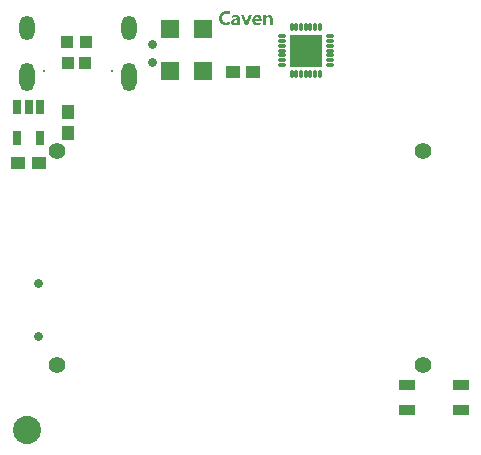
<source format=gts>
G04*
G04 #@! TF.GenerationSoftware,Altium Limited,Altium Designer,22.0.2 (36)*
G04*
G04 Layer_Color=8388736*
%FSLAX25Y25*%
%MOIN*%
G70*
G04*
G04 #@! TF.SameCoordinates,A8AB103B-E7CB-45E0-896D-D1B8D88E5F6C*
G04*
G04*
G04 #@! TF.FilePolarity,Negative*
G04*
G01*
G75*
%ADD26C,0.03000*%
%ADD27R,0.04600X0.04300*%
%ADD28R,0.05800X0.03556*%
%ADD29R,0.06312X0.05918*%
%ADD30R,0.02965X0.04737*%
%ADD31R,0.03950X0.04147*%
%ADD32R,0.04300X0.04600*%
%ADD33O,0.01260X0.03200*%
%ADD34O,0.03200X0.01260*%
%ADD35R,0.11030X0.11030*%
%ADD36O,0.05120X0.08270*%
%ADD37O,0.05120X0.09460*%
%ADD38C,0.00800*%
%ADD39C,0.05600*%
%ADD40C,0.09400*%
G36*
X393105Y400221D02*
X393171D01*
X393245Y400214D01*
X393327Y400206D01*
X393497Y400184D01*
X393689Y400155D01*
X393874Y400110D01*
X394052Y400051D01*
Y399111D01*
X394045D01*
X394030Y399126D01*
X394008Y399133D01*
X393971Y399156D01*
X393926Y399170D01*
X393874Y399193D01*
X393815Y399222D01*
X393749Y399244D01*
X393593Y399296D01*
X393416Y399333D01*
X393216Y399363D01*
X393001Y399378D01*
X392935D01*
X392890Y399370D01*
X392831Y399363D01*
X392764Y399355D01*
X392690Y399341D01*
X392616Y399326D01*
X392446Y399274D01*
X392357Y399237D01*
X392261Y399200D01*
X392172Y399148D01*
X392091Y399089D01*
X392010Y399022D01*
X391928Y398948D01*
X391921Y398941D01*
X391913Y398926D01*
X391891Y398904D01*
X391869Y398874D01*
X391839Y398830D01*
X391802Y398778D01*
X391765Y398719D01*
X391728Y398652D01*
X391691Y398571D01*
X391654Y398490D01*
X391625Y398401D01*
X391588Y398297D01*
X391543Y398083D01*
X391536Y397957D01*
X391529Y397831D01*
Y397824D01*
Y397801D01*
Y397764D01*
X391536Y397720D01*
X391543Y397661D01*
X391551Y397594D01*
X391558Y397520D01*
X391573Y397446D01*
X391617Y397269D01*
X391691Y397091D01*
X391728Y396995D01*
X391780Y396906D01*
X391839Y396825D01*
X391906Y396743D01*
X391913Y396736D01*
X391921Y396728D01*
X391943Y396706D01*
X391980Y396677D01*
X392017Y396647D01*
X392061Y396617D01*
X392121Y396580D01*
X392180Y396543D01*
X392254Y396499D01*
X392328Y396462D01*
X392505Y396403D01*
X392713Y396351D01*
X392824Y396344D01*
X392942Y396336D01*
X393001D01*
X393046Y396344D01*
X393097D01*
X393164Y396351D01*
X393231Y396358D01*
X393312Y396373D01*
X393482Y396410D01*
X393667Y396462D01*
X393860Y396536D01*
X394052Y396632D01*
Y395737D01*
X394045D01*
X394030Y395729D01*
X394000Y395715D01*
X393963Y395700D01*
X393911Y395685D01*
X393852Y395663D01*
X393786Y395641D01*
X393704Y395618D01*
X393615Y395596D01*
X393519Y395574D01*
X393408Y395552D01*
X393297Y395537D01*
X393171Y395522D01*
X393038Y395507D01*
X392898Y395500D01*
X392705D01*
X392653Y395507D01*
X392579D01*
X392491Y395522D01*
X392387Y395530D01*
X392276Y395552D01*
X392158Y395574D01*
X392024Y395611D01*
X391891Y395648D01*
X391758Y395700D01*
X391617Y395759D01*
X391484Y395833D01*
X391351Y395914D01*
X391225Y396003D01*
X391107Y396114D01*
X391099Y396122D01*
X391085Y396144D01*
X391048Y396181D01*
X391011Y396225D01*
X390966Y396292D01*
X390914Y396366D01*
X390863Y396447D01*
X390803Y396551D01*
X390744Y396662D01*
X390692Y396788D01*
X390641Y396921D01*
X390596Y397069D01*
X390559Y397224D01*
X390530Y397394D01*
X390507Y397572D01*
X390500Y397757D01*
Y397772D01*
Y397809D01*
X390507Y397861D01*
Y397935D01*
X390522Y398031D01*
X390537Y398134D01*
X390559Y398260D01*
X390589Y398386D01*
X390618Y398527D01*
X390663Y398667D01*
X390722Y398815D01*
X390789Y398963D01*
X390863Y399111D01*
X390959Y399259D01*
X391062Y399400D01*
X391181Y399533D01*
X391188Y399540D01*
X391210Y399563D01*
X391247Y399600D01*
X391307Y399644D01*
X391373Y399696D01*
X391455Y399755D01*
X391551Y399814D01*
X391654Y399881D01*
X391773Y399947D01*
X391906Y400007D01*
X392054Y400066D01*
X392209Y400118D01*
X392372Y400162D01*
X392550Y400199D01*
X392735Y400221D01*
X392935Y400229D01*
X393046D01*
X393105Y400221D01*
D02*
G37*
G36*
X407409Y398911D02*
X407476Y398897D01*
X407557Y398874D01*
X407653Y398845D01*
X407749Y398808D01*
X407853Y398749D01*
X407949Y398682D01*
X408053Y398593D01*
X408142Y398482D01*
X408223Y398349D01*
X408290Y398194D01*
X408349Y398016D01*
X408364Y397920D01*
X408378Y397809D01*
X408393Y397698D01*
Y397572D01*
Y395574D01*
X407446D01*
Y397394D01*
Y397402D01*
Y397431D01*
Y397468D01*
X407439Y397520D01*
X407431Y397579D01*
X407416Y397646D01*
X407372Y397794D01*
X407342Y397868D01*
X407305Y397935D01*
X407261Y398001D01*
X407209Y398060D01*
X407143Y398112D01*
X407061Y398149D01*
X406980Y398179D01*
X406876Y398186D01*
X406832D01*
X406780Y398179D01*
X406713Y398157D01*
X406647Y398134D01*
X406565Y398097D01*
X406491Y398046D01*
X406417Y397972D01*
X406410Y397964D01*
X406388Y397935D01*
X406358Y397890D01*
X406329Y397831D01*
X406299Y397750D01*
X406269Y397661D01*
X406247Y397557D01*
X406240Y397439D01*
Y395574D01*
X405285D01*
Y398837D01*
X406240D01*
Y398319D01*
X406255D01*
X406262Y398327D01*
X406269Y398349D01*
X406292Y398379D01*
X406321Y398416D01*
X406358Y398460D01*
X406403Y398512D01*
X406454Y398564D01*
X406521Y398623D01*
X406588Y398675D01*
X406669Y398726D01*
X406750Y398778D01*
X406847Y398823D01*
X406950Y398867D01*
X407061Y398897D01*
X407180Y398911D01*
X407305Y398919D01*
X407350D01*
X407409Y398911D01*
D02*
G37*
G36*
X400098Y395574D02*
X399017D01*
X397856Y398837D01*
X398877D01*
X399476Y396780D01*
X399484Y396765D01*
X399491Y396728D01*
X399506Y396662D01*
X399528Y396588D01*
X399543Y396499D01*
X399565Y396403D01*
X399580Y396307D01*
X399587Y396218D01*
X399602D01*
Y396225D01*
X399609Y396262D01*
X399617Y396307D01*
X399624Y396373D01*
X399639Y396455D01*
X399661Y396551D01*
X399683Y396654D01*
X399713Y396765D01*
X400327Y398837D01*
X401326D01*
X400098Y395574D01*
D02*
G37*
G36*
X396205Y398911D02*
X396294Y398897D01*
X396398Y398874D01*
X396516Y398845D01*
X396635Y398800D01*
X396768Y398749D01*
X396894Y398675D01*
X397012Y398586D01*
X397130Y398475D01*
X397234Y398342D01*
X397323Y398179D01*
X397389Y397994D01*
X397412Y397898D01*
X397434Y397787D01*
X397449Y397668D01*
Y397542D01*
Y395574D01*
X396538D01*
Y396048D01*
X396531D01*
Y396040D01*
X396516Y396025D01*
X396494Y395996D01*
X396472Y395959D01*
X396435Y395922D01*
X396390Y395877D01*
X396339Y395826D01*
X396287Y395774D01*
X396220Y395722D01*
X396146Y395670D01*
X396065Y395626D01*
X395976Y395589D01*
X395887Y395552D01*
X395784Y395522D01*
X395673Y395507D01*
X395554Y395500D01*
X395510D01*
X395480Y395507D01*
X395391Y395515D01*
X395288Y395530D01*
X395169Y395567D01*
X395044Y395611D01*
X394918Y395670D01*
X394807Y395759D01*
X394792Y395774D01*
X394762Y395803D01*
X394718Y395863D01*
X394666Y395944D01*
X394614Y396048D01*
X394570Y396173D01*
X394540Y396314D01*
X394526Y396477D01*
Y396484D01*
Y396521D01*
X394533Y396566D01*
X394540Y396625D01*
X394563Y396699D01*
X394585Y396780D01*
X394622Y396869D01*
X394666Y396965D01*
X394725Y397061D01*
X394799Y397158D01*
X394888Y397246D01*
X394999Y397335D01*
X395132Y397417D01*
X395280Y397483D01*
X395451Y397535D01*
X395650Y397572D01*
X396546Y397690D01*
Y397698D01*
Y397713D01*
Y397742D01*
X396538Y397779D01*
X396516Y397868D01*
X396472Y397979D01*
X396442Y398031D01*
X396405Y398083D01*
X396353Y398127D01*
X396294Y398171D01*
X396228Y398208D01*
X396146Y398238D01*
X396057Y398253D01*
X395954Y398260D01*
X395895D01*
X395858Y398253D01*
X395806D01*
X395739Y398245D01*
X395673Y398231D01*
X395599Y398216D01*
X395428Y398171D01*
X395243Y398112D01*
X395051Y398023D01*
X394947Y397964D01*
X394851Y397905D01*
Y398638D01*
X394859Y398645D01*
X394896Y398660D01*
X394940Y398682D01*
X395007Y398712D01*
X395095Y398741D01*
X395192Y398778D01*
X395310Y398808D01*
X395443Y398837D01*
X395451D01*
X395458Y398845D01*
X395502Y398852D01*
X395576Y398867D01*
X395665Y398882D01*
X395761Y398897D01*
X395865Y398904D01*
X395976Y398919D01*
X396139D01*
X396205Y398911D01*
D02*
G37*
G36*
X403309D02*
X403361Y398904D01*
X403435Y398897D01*
X403509Y398882D01*
X403591Y398867D01*
X403761Y398815D01*
X403850Y398786D01*
X403938Y398741D01*
X404027Y398689D01*
X404116Y398638D01*
X404197Y398571D01*
X404271Y398497D01*
X404279Y398490D01*
X404286Y398475D01*
X404308Y398453D01*
X404331Y398423D01*
X404360Y398379D01*
X404397Y398327D01*
X404434Y398268D01*
X404471Y398194D01*
X404501Y398120D01*
X404538Y398031D01*
X404575Y397935D01*
X404604Y397831D01*
X404627Y397720D01*
X404649Y397602D01*
X404656Y397476D01*
X404664Y397343D01*
Y396936D01*
X402518D01*
Y396928D01*
X402525Y396906D01*
Y396869D01*
X402540Y396817D01*
X402555Y396758D01*
X402577Y396691D01*
X402606Y396625D01*
X402651Y396558D01*
X402695Y396484D01*
X402762Y396418D01*
X402836Y396351D01*
X402917Y396292D01*
X403021Y396247D01*
X403139Y396203D01*
X403272Y396181D01*
X403428Y396173D01*
X403480D01*
X403517Y396181D01*
X403568D01*
X403620Y396188D01*
X403753Y396210D01*
X403901Y396240D01*
X404064Y396284D01*
X404227Y396351D01*
X404390Y396440D01*
Y395744D01*
X404382D01*
X404368Y395737D01*
X404345Y395722D01*
X404308Y395707D01*
X404264Y395685D01*
X404212Y395670D01*
X404146Y395648D01*
X404072Y395626D01*
X403990Y395596D01*
X403901Y395574D01*
X403805Y395559D01*
X403702Y395537D01*
X403591Y395522D01*
X403472Y395507D01*
X403213Y395500D01*
X403139D01*
X403087Y395507D01*
X403021Y395515D01*
X402947Y395522D01*
X402858Y395537D01*
X402769Y395552D01*
X402577Y395604D01*
X402473Y395641D01*
X402377Y395685D01*
X402273Y395737D01*
X402177Y395796D01*
X402088Y395863D01*
X402000Y395937D01*
X401992Y395944D01*
X401985Y395959D01*
X401963Y395981D01*
X401933Y396018D01*
X401903Y396062D01*
X401866Y396114D01*
X401822Y396181D01*
X401785Y396255D01*
X401748Y396336D01*
X401704Y396425D01*
X401667Y396529D01*
X401637Y396640D01*
X401607Y396751D01*
X401593Y396884D01*
X401578Y397017D01*
X401570Y397158D01*
Y397165D01*
Y397195D01*
Y397232D01*
X401578Y397291D01*
X401585Y397357D01*
X401593Y397431D01*
X401607Y397520D01*
X401630Y397609D01*
X401681Y397816D01*
X401718Y397920D01*
X401763Y398023D01*
X401815Y398134D01*
X401881Y398238D01*
X401948Y398334D01*
X402029Y398430D01*
X402037Y398438D01*
X402051Y398453D01*
X402074Y398475D01*
X402111Y398504D01*
X402155Y398541D01*
X402214Y398586D01*
X402273Y398630D01*
X402347Y398675D01*
X402429Y398719D01*
X402518Y398763D01*
X402614Y398808D01*
X402710Y398845D01*
X402821Y398874D01*
X402939Y398897D01*
X403065Y398911D01*
X403191Y398919D01*
X403258D01*
X403309Y398911D01*
D02*
G37*
%LPC*%
G36*
X396546Y397128D02*
X395932Y397054D01*
X395924D01*
X395909Y397047D01*
X395887D01*
X395850Y397039D01*
X395769Y397010D01*
X395673Y396965D01*
X395576Y396906D01*
X395495Y396825D01*
X395458Y396780D01*
X395436Y396721D01*
X395421Y396654D01*
X395414Y396588D01*
Y396580D01*
Y396558D01*
X395421Y396521D01*
X395428Y396484D01*
X395443Y396432D01*
X395465Y396381D01*
X395495Y396329D01*
X395539Y396284D01*
X395547Y396277D01*
X395562Y396270D01*
X395591Y396247D01*
X395628Y396233D01*
X395680Y396210D01*
X395739Y396188D01*
X395806Y396181D01*
X395880Y396173D01*
X395932D01*
X395983Y396188D01*
X396050Y396203D01*
X396124Y396225D01*
X396198Y396262D01*
X396279Y396314D01*
X396353Y396381D01*
X396361Y396388D01*
X396383Y396418D01*
X396413Y396462D01*
X396450Y396521D01*
X396487Y396595D01*
X396516Y396684D01*
X396538Y396788D01*
X396546Y396899D01*
Y397128D01*
D02*
G37*
G36*
X403184Y398268D02*
X403139D01*
X403095Y398260D01*
X403036Y398245D01*
X402969Y398216D01*
X402895Y398179D01*
X402821Y398127D01*
X402747Y398060D01*
X402740Y398053D01*
X402717Y398023D01*
X402688Y397979D01*
X402651Y397920D01*
X402606Y397846D01*
X402569Y397757D01*
X402532Y397653D01*
X402510Y397535D01*
X403776D01*
Y397542D01*
Y397565D01*
Y397602D01*
X403768Y397653D01*
X403761Y397705D01*
X403746Y397764D01*
X403702Y397905D01*
X403672Y397972D01*
X403635Y398038D01*
X403583Y398097D01*
X403524Y398157D01*
X403457Y398201D01*
X403376Y398238D01*
X403287Y398260D01*
X403184Y398268D01*
D02*
G37*
%LPD*%
D26*
X368200Y383189D02*
X368228Y383217D01*
X330214Y309514D02*
X330242Y309542D01*
X330200Y291700D02*
X330228Y291728D01*
X368124Y389113D02*
X368152Y389141D01*
D27*
X323600Y349500D02*
D03*
X330500D02*
D03*
X395000Y380000D02*
D03*
X401900D02*
D03*
D28*
X453283Y267036D02*
D03*
X471000Y267035D02*
D03*
X471000Y275500D02*
D03*
X453283Y275500D02*
D03*
D29*
X374220Y394328D02*
D03*
X385244D02*
D03*
X374220Y380126D02*
D03*
X385244Y380126D02*
D03*
D30*
X330740Y368118D02*
D03*
X327000D02*
D03*
X323260D02*
D03*
X323260Y357882D02*
D03*
X330740Y357882D02*
D03*
D31*
X340126Y382800D02*
D03*
X345874D02*
D03*
X346274Y390000D02*
D03*
X339726D02*
D03*
D32*
X340000Y359600D02*
D03*
Y366500D02*
D03*
D33*
X424130Y394910D02*
D03*
X424130Y379090D02*
D03*
X422560D02*
D03*
Y394910D02*
D03*
X420980Y379090D02*
D03*
Y394910D02*
D03*
X419410Y379090D02*
D03*
X419410Y394910D02*
D03*
X417830Y379090D02*
D03*
Y394910D02*
D03*
X416260Y379090D02*
D03*
Y394910D02*
D03*
X414690Y379090D02*
D03*
X414690Y394910D02*
D03*
D34*
X427320Y382280D02*
D03*
Y383850D02*
D03*
Y385430D02*
D03*
Y387000D02*
D03*
Y388580D02*
D03*
Y390150D02*
D03*
Y391720D02*
D03*
X411500D02*
D03*
X411500Y390150D02*
D03*
X411500Y388580D02*
D03*
X411500Y387000D02*
D03*
X411500Y385430D02*
D03*
X411500Y383850D02*
D03*
X411500Y382280D02*
D03*
D35*
X419410Y387000D02*
D03*
D36*
X326500Y394358D02*
D03*
X360520D02*
D03*
D37*
Y378028D02*
D03*
X326500D02*
D03*
D38*
X332134Y380116D02*
D03*
X354889D02*
D03*
D39*
X458390Y282154D02*
D03*
Y353414D02*
D03*
X336343D02*
D03*
Y282154D02*
D03*
D40*
X326500Y260500D02*
D03*
M02*

</source>
